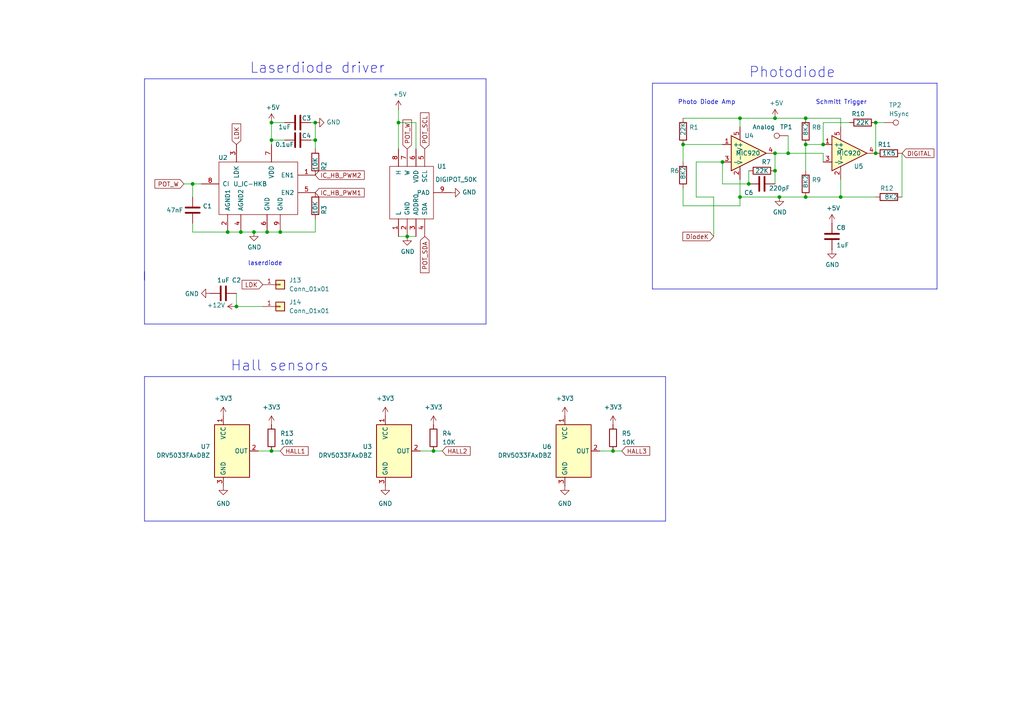
<source format=kicad_sch>
(kicad_sch (version 20231120) (generator "eeschema") (generator_version "8.0")
  (paper "A4")
  (lib_symbols
    (symbol "Connector:TestPoint" (pin_numbers hide) (pin_names (offset 0.762) hide)
      (property "Reference" "TP" (at 0 6.858 0))
      (property "Value" "TestPoint" (at 0 5.08 0))
      (symbol "TestPoint_0_1"
        (circle (center 0 3.302) (radius 0.762))
      )
      (symbol "TestPoint_1_1"
        (pin passive line (at 0 0 90) (length 2.54) (name "1") (number "1"))
      )
    )
    (symbol "Connector_Generic:Conn_01x01" (pin_names (offset 1.016) hide)
      (property "Reference" "J" (at 0 2.54 0))
      (property "Value" "Conn_01x01" (at 0 -2.54 0))
      (symbol "Conn_01x01_1_1"
        (rectangle (start -1.27 0.127) (end 0 -0.127) (stroke (width 0.1524)))
        (rectangle (start -1.27 1.27) (end 1.27 -1.27) (stroke (width 0.254)) (fill (type background)))
        (pin passive line (at -5.08 0 0) (length 3.81) (name "Pin_1") (number "1"))
      )
    )
    (symbol "Device:C" (pin_numbers hide) (pin_names (offset 0.254))
      (property "Reference" "C" (at 0.635 2.54 0))
      (property "Value" "C" (at 0.635 -2.54 0))
      (symbol "C_0_1"
        (polyline (pts (xy -2.032 -0.762) (xy 2.032 -0.762)) (stroke (width 0.508)))
        (polyline (pts (xy -2.032 0.762) (xy 2.032 0.762)) (stroke (width 0.508)))
      )
      (symbol "C_1_1"
        (pin passive line (at 0 3.81 270) (length 2.794) (name "~") (number "1"))
        (pin passive line (at 0 -3.81 90) (length 2.794) (name "~") (number "2"))
      )
    )
    (symbol "Device:R" (pin_numbers hide) (pin_names (offset 0))
      (property "Reference" "R" (at 2.032 0 90))
      (property "Value" "R" (at 0 0 90))
      (symbol "R_0_1"
        (rectangle (start -1.016 -2.54) (end 1.016 2.54) (stroke (width 0.254)))
      )
      (symbol "R_1_1"
        (pin passive line (at 0 3.81 270) (length 1.27) (name "~") (number "1"))
        (pin passive line (at 0 -3.81 90) (length 1.27) (name "~") (number "2"))
      )
    )
    (symbol "Sensor_Magnetic:DRV5033FAxDBZ"
      (property "Reference" "U" (at 2.54 12.7 0))
      (property "Value" "DRV5033FAxDBZ" (at 2.54 10.16 0))
      (symbol "DRV5033FAxDBZ_1_1"
        (rectangle (start -5.08 7.62) (end 5.08 -7.62) (stroke (width 0.254)) (fill (type background)))
        (pin power_in line (at -2.54 10.16 270) (length 2.54) (name "VCC") (number "1"))
        (pin output line (at 7.62 0 180) (length 2.54) (name "OUT") (number "2"))
        (pin power_in line (at -2.54 -10.16 90) (length 2.54) (name "GND") (number "3"))
      )
    )
    (symbol "power:+12V" (power) (pin_numbers hide) (pin_names (offset 0) hide)
      (property "Value" "+12V" (at 0 3.556 0))
      (symbol "+12V_0_1"
        (polyline (pts (xy -0.762 1.27) (xy 0 2.54)))
        (polyline (pts (xy 0 0) (xy 0 2.54)))
        (polyline (pts (xy 0 2.54) (xy 0.762 1.27)))
      )
      (symbol "+12V_1_1"
        (pin power_in line (at 0 0 90) (length 0) (name "~") (number "1"))
      )
    )
    (symbol "power:+3.3V" (power) (pin_numbers hide) (pin_names (offset 0) hide)
      (property "Value" "+3.3V" (at 0 3.556 0))
      (symbol "+3.3V_0_1"
        (polyline (pts (xy -0.762 1.27) (xy 0 2.54)))
        (polyline (pts (xy 0 0) (xy 0 2.54)))
        (polyline (pts (xy 0 2.54) (xy 0.762 1.27)))
      )
      (symbol "+3.3V_1_1"
        (pin power_in line (at 0 0 90) (length 0) (name "~") (number "1"))
      )
    )
    (symbol "power:+5V" (power) (pin_numbers hide) (pin_names (offset 0) hide)
      (property "Value" "+5V" (at 0 3.556 0))
      (symbol "+5V_0_1"
        (polyline (pts (xy -0.762 1.27) (xy 0 2.54)))
        (polyline (pts (xy 0 0) (xy 0 2.54)))
        (polyline (pts (xy 0 2.54) (xy 0.762 1.27)))
      )
      (symbol "+5V_1_1"
        (pin power_in line (at 0 0 90) (length 0) (name "~") (number "1"))
      )
    )
    (symbol "power:GND" (power) (pin_numbers hide) (pin_names (offset 0) hide)
      (property "Value" "GND" (at 0 -3.81 0))
      (symbol "GND_0_1"
        (polyline (pts (xy 0 0) (xy 0 -1.27) (xy 1.27 -1.27) (xy 0 -2.54) (xy -1.27 -1.27) (xy 0 -1.27)))
      )
      (symbol "GND_1_1"
        (pin power_in line (at 0 0 270) (length 0) (name "~") (number "1"))
      )
    )
    (symbol "scanhead_library:DIGIPOT_50K" (pin_names (offset 1.016))
      (property "Reference" "U" (at 0 5.08 0))
      (property "Value" "DIGIPOT_50K" (at 0 1.27 0))
      (symbol "DIGIPOT_50K_0_1"
        (rectangle (start -7.62 0) (end 7.62 -12.7))
      )
      (symbol "DIGIPOT_50K_1_1"
        (pin input line (at -12.7 -2.54 0) (length 5.08) (name "L") (number "1"))
        (pin input line (at -12.7 -5.08 0) (length 5.08) (name "GND") (number "2"))
        (pin input line (at -12.7 -7.62 0) (length 5.08) (name "ADDR0") (number "3"))
        (pin input line (at -12.7 -10.16 0) (length 5.08) (name "SDA") (number "4"))
        (pin input line (at 12.7 -10.16 180) (length 5.08) (name "SCL") (number "5"))
        (pin input line (at 12.7 -7.62 180) (length 5.08) (name "VDD") (number "6"))
        (pin input line (at 12.7 -5.08 180) (length 5.08) (name "W") (number "7"))
        (pin input line (at 12.7 -2.54 180) (length 5.08) (name "H") (number "8"))
        (pin input line (at 0 -17.78 90) (length 5.08) (name "PAD") (number "9"))
      )
    )
    (symbol "scanhead_library:MIC920"
      (property "Reference" "U" (at 1.27 5.08 0))
      (property "Value" "MIC920" (at 0 0 0))
      (symbol "MIC920_0_1"
        (polyline (pts (xy -5.08 5.08) (xy 5.08 0) (xy -5.08 -5.08) (xy -5.08 5.08)) (stroke (width 0.254)) (fill (type background)))
      )
      (symbol "MIC920_1_1"
        (pin input line (at -7.62 2.54 0) (length 2.54) (name "+") (number "1"))
        (pin input line (at -2.54 -7.62 90) (length 3.81) (name "V-") (number "2"))
        (pin input line (at -7.62 -2.54 0) (length 2.54) (name "-") (number "3"))
        (pin output line (at 7.62 0 180) (length 2.54) (name "~") (number "4"))
        (pin input line (at -2.54 7.62 270) (length 3.81) (name "V+") (number "5"))
      )
    )
    (symbol "scanhead_library:U_IC-HKB" (pin_names (offset 1.016))
      (property "Reference" "U" (at -12.7 8.89 0))
      (property "Value" "U_IC-HKB" (at 0 0 0))
      (symbol "U_IC-HKB_0_1"
        (rectangle (start -11.43 6.35) (end 11.43 -8.89))
      )
      (symbol "U_IC-HKB_1_1"
        (pin input line (at 16.51 2.54 180) (length 5.08) (name "EN1") (number "1"))
        (pin input line (at -8.89 -13.97 90) (length 5.08) (name "AGND1") (number "2"))
        (pin input line (at -6.35 11.43 270) (length 5.08) (name "LDK") (number "3"))
        (pin input line (at -5.08 -13.97 90) (length 5.08) (name "AGND2") (number "4"))
        (pin input line (at 16.51 -2.54 180) (length 5.08) (name "EN2") (number "5"))
        (pin input line (at 2.54 -13.97 90) (length 5.08) (name "GND") (number "6"))
        (pin input line (at 3.81 11.43 270) (length 5.08) (name "VDD") (number "7"))
        (pin input line (at -16.51 0 0) (length 5.08) (name "CI") (number "8"))
        (pin input line (at 6.35 -13.97 90) (length 5.08) (name "GND") (number "9"))
      )
    )
  )
  (junction (at 254 35.56))
  (junction (at 217.17 53.34))
  (junction (at 91.44 35.56))
  (junction (at 55.88 53.34))
  (junction (at 78.74 35.56))
  (junction (at 224.79 49.53))
  (junction (at 81.28 67.31))
  (junction (at 224.79 44.45))
  (junction (at 125.73 130.81))
  (junction (at 69.85 67.31))
  (junction (at 177.8 130.81))
  (junction (at 78.74 40.64))
  (junction (at 66.04 67.31))
  (junction (at 233.68 41.91))
  (junction (at 77.47 67.31))
  (junction (at 214.63 34.29))
  (junction (at 118.11 68.58))
  (junction (at 68.58 88.9))
  (junction (at 91.44 40.64))
  (junction (at 243.84 57.15))
  (junction (at 78.74 130.81))
  (junction (at 224.79 34.29))
  (junction (at 254 44.45))
  (junction (at 73.66 67.31))
  (junction (at 233.68 57.15))
  (junction (at 238.76 41.91))
  (junction (at 228.6 44.45))
  (junction (at 115.57 35.56))
  (junction (at 233.68 34.29))
  (junction (at 226.06 57.15))
  (junction (at 214.63 57.15))
  (junction (at 209.55 46.99))
  (junction (at 198.12 41.91))
  (wire (pts (xy 78.74 40.64) (xy 78.74 35.56)))
  (wire (pts (xy 256.54 35.56) (xy 254 35.56)))
  (wire (pts (xy 120.65 35.56) (xy 120.65 43.18)))
  (wire (pts (xy 246.38 35.56) (xy 238.76 35.56)))
  (wire (pts (xy 55.88 53.34) (xy 53.34 53.34)))
  (wire (pts (xy 214.63 36.83) (xy 214.63 34.29)))
  (wire (pts (xy 254 35.56) (xy 254 44.45)))
  (polyline (pts (xy 41.91 78.74) (xy 41.91 81.28)))
  (wire (pts (xy 55.88 53.34) (xy 55.88 57.15)))
  (wire (pts (xy 228.6 39.37) (xy 228.6 44.45)))
  (wire (pts (xy 214.63 34.29) (xy 224.79 34.29)))
  (wire (pts (xy 68.58 85.09) (xy 68.58 88.9)))
  (wire (pts (xy 238.76 41.91) (xy 233.68 41.91)))
  (wire (pts (xy 217.17 53.34) (xy 209.55 53.34)))
  (wire (pts (xy 201.93 57.15) (xy 207.01 57.15)))
  (wire (pts (xy 74.93 130.81) (xy 78.74 130.81)))
  (polyline (pts (xy 140.97 22.86) (xy 140.97 93.98)))
  (polyline (pts (xy 41.91 109.22) (xy 193.04 109.22)))
  (wire (pts (xy 81.28 67.31) (xy 91.44 67.31)))
  (polyline (pts (xy 41.91 151.13) (xy 41.91 109.22)))
  (wire (pts (xy 125.73 130.81) (xy 128.27 130.81)))
  (wire (pts (xy 121.92 130.81) (xy 125.73 130.81)))
  (wire (pts (xy 243.84 57.15) (xy 233.68 57.15)))
  (wire (pts (xy 55.88 67.31) (xy 66.04 67.31)))
  (wire (pts (xy 198.12 41.91) (xy 209.55 41.91)))
  (polyline (pts (xy 41.91 22.86) (xy 140.97 22.86)))
  (wire (pts (xy 198.12 59.69) (xy 214.63 59.69)))
  (polyline (pts (xy 189.23 24.13) (xy 189.23 83.82)))
  (wire (pts (xy 78.74 130.81) (xy 81.28 130.81)))
  (wire (pts (xy 261.62 57.15) (xy 261.62 44.45)))
  (wire (pts (xy 91.44 67.31) (xy 91.44 63.5)))
  (wire (pts (xy 207.01 57.15) (xy 207.01 68.58)))
  (wire (pts (xy 91.44 43.18) (xy 91.44 40.64)))
  (wire (pts (xy 209.55 53.34) (xy 209.55 46.99)))
  (wire (pts (xy 198.12 54.61) (xy 198.12 59.69)))
  (polyline (pts (xy 193.04 151.13) (xy 41.91 151.13)))
  (wire (pts (xy 78.74 41.91) (xy 78.74 40.64)))
  (wire (pts (xy 224.79 34.29) (xy 233.68 34.29)))
  (polyline (pts (xy 189.23 24.13) (xy 271.78 24.13)))
  (wire (pts (xy 224.79 49.53) (xy 224.79 44.45)))
  (wire (pts (xy 68.58 88.9) (xy 76.2 88.9)))
  (wire (pts (xy 173.99 130.81) (xy 177.8 130.81)))
  (wire (pts (xy 66.04 67.31) (xy 69.85 67.31)))
  (wire (pts (xy 55.88 64.77) (xy 55.88 67.31)))
  (wire (pts (xy 226.06 57.15) (xy 233.68 57.15)))
  (wire (pts (xy 78.74 35.56) (xy 82.55 35.56)))
  (wire (pts (xy 91.44 40.64) (xy 90.17 40.64)))
  (wire (pts (xy 238.76 44.45) (xy 238.76 46.99)))
  (wire (pts (xy 214.63 57.15) (xy 214.63 52.07)))
  (wire (pts (xy 214.63 34.29) (xy 198.12 34.29)))
  (polyline (pts (xy 193.04 109.22) (xy 193.04 151.13)))
  (wire (pts (xy 69.85 67.31) (xy 73.66 67.31)))
  (polyline (pts (xy 271.78 83.82) (xy 189.23 83.82)))
  (wire (pts (xy 224.79 53.34) (xy 224.79 49.53)))
  (polyline (pts (xy 271.78 24.13) (xy 271.78 83.82)))
  (polyline (pts (xy 41.91 93.98) (xy 41.91 22.86)))
  (wire (pts (xy 243.84 36.83) (xy 243.84 34.29)))
  (wire (pts (xy 177.8 130.81) (xy 180.34 130.81)))
  (wire (pts (xy 198.12 46.99) (xy 198.12 41.91)))
  (wire (pts (xy 77.47 67.31) (xy 81.28 67.31)))
  (wire (pts (xy 120.65 68.58) (xy 118.11 68.58)))
  (wire (pts (xy 115.57 31.75) (xy 115.57 35.56)))
  (wire (pts (xy 120.65 35.56) (xy 115.57 35.56)))
  (wire (pts (xy 224.79 44.45) (xy 228.6 44.45)))
  (wire (pts (xy 201.93 57.15) (xy 201.93 46.99)))
  (wire (pts (xy 55.88 53.34) (xy 58.42 53.34)))
  (wire (pts (xy 78.74 40.64) (xy 82.55 40.64)))
  (wire (pts (xy 254 57.15) (xy 243.84 57.15)))
  (wire (pts (xy 243.84 52.07) (xy 243.84 57.15)))
  (wire (pts (xy 73.66 67.31) (xy 77.47 67.31)))
  (polyline (pts (xy 140.97 93.98) (xy 41.91 93.98)))
  (wire (pts (xy 214.63 59.69) (xy 214.63 57.15)))
  (wire (pts (xy 115.57 68.58) (xy 118.11 68.58)))
  (wire (pts (xy 238.76 35.56) (xy 238.76 41.91)))
  (wire (pts (xy 91.44 40.64) (xy 91.44 35.56)))
  (wire (pts (xy 91.44 35.56) (xy 90.17 35.56)))
  (wire (pts (xy 214.63 57.15) (xy 226.06 57.15)))
  (wire (pts (xy 201.93 46.99) (xy 209.55 46.99)))
  (wire (pts (xy 228.6 44.45) (xy 238.76 44.45)))
  (wire (pts (xy 115.57 35.56) (xy 115.57 43.18)))
  (wire (pts (xy 233.68 34.29) (xy 243.84 34.29)))
  (wire (pts (xy 233.68 49.53) (xy 233.68 41.91)))
  (wire (pts (xy 217.17 49.53) (xy 217.17 53.34)))
  (text "Photo Diode Amp" (at 213.36 30.48 0) (effects (font (size 1.27 1.27)) (justify right bottom)))
  (text "Hall sensors" (at 66.802 107.95 0) (effects (font (size 3 3)) (justify left bottom)))
  (text "Laserdiode driver" (at 72.39 21.59 0) (effects (font (size 3 3)) (justify left bottom)))
  (text "Schmitt Trigger" (at 251.46 30.48 0) (effects (font (size 1.27 1.27)) (justify right bottom)))
  (text "laserdiode" (at 71.882 77.216 0) (effects (font (size 1.27 1.27)) (justify left bottom)))
  (text "Photodiode" (at 217.17 22.86 0) (effects (font (size 3 3)) (justify left bottom)))
  (global_label "POT_SCL" (shape input) (at 123.19 43.18 90) (property "Intersheetrefs" "${INTERSHEET_REFS}" (effects (hide yes))))
  (global_label "POT_W" (shape input) (at 53.34 53.34 180) (property "Intersheetrefs" "${INTERSHEET_REFS}" (effects (hide yes))))
  (global_label "IC_HB_PWM1" (shape input) (at 91.44 55.88 0) (property "Intersheetrefs" "${INTERSHEET_REFS}" (effects (hide yes))))
  (global_label "LDK" (shape input) (at 76.2 82.55 180) (property "Intersheetrefs" "${INTERSHEET_REFS}" (effects (hide yes))))
  (global_label "DIGITAL" (shape input) (at 261.62 44.45 0) (property "Intersheetrefs" "${INTERSHEET_REFS}" (effects (hide yes))))
  (global_label "HALL2" (shape input) (at 128.27 130.81 0) (property "Intersheetrefs" "${INTERSHEET_REFS}" (effects (hide yes))))
  (global_label "POT_W" (shape input) (at 118.11 43.18 90) (property "Intersheetrefs" "${INTERSHEET_REFS}" (effects (hide yes))))
  (global_label "DiodeK" (shape input) (at 207.01 68.58 180) (property "Intersheetrefs" "${INTERSHEET_REFS}" (effects (hide yes))))
  (global_label "IC_HB_PWM2" (shape input) (at 91.44 50.8 0) (property "Intersheetrefs" "${INTERSHEET_REFS}" (effects (hide yes))))
  (global_label "POT_SDA" (shape input) (at 123.19 68.58 270) (property "Intersheetrefs" "${INTERSHEET_REFS}" (effects (hide yes))))
  (global_label "HALL1" (shape input) (at 81.28 130.81 0) (property "Intersheetrefs" "${INTERSHEET_REFS}" (effects (hide yes))))
  (global_label "LDK" (shape input) (at 68.58 41.91 90) (property "Intersheetrefs" "${INTERSHEET_REFS}" (effects (hide yes))))
  (global_label "HALL3" (shape input) (at 180.34 130.81 0) (property "Intersheetrefs" "${INTERSHEET_REFS}" (effects (hide yes))))
  (symbol (lib_id "power:GND") (at 241.3 72.39 0) (unit 1)
    (property "Reference" "#PWR0104" (effects (hide yes)))
    (property "Value" "GND" (at 241.427 76.7842 0))
    (property "Description" "Power symbol creates a global label with name \"GND\" , ground" (effects (hide yes)))
  )
  (symbol (lib_id "scanhead_library:MIC920") (at 217.17 44.45 0) (unit 1)
    (property "Reference" "U4" (at 215.9 39.37 0) (effects (justify left)))
    (property "Value" "MIC920" (at 213.36 44.45 0) (effects (justify left)))
    (property "Footprint" "Package_TO_SOT_SMD:SOT-353_SC-70-5_Handsoldering" (effects (hide yes)))
    (property "Datasheet" "https://nl.farnell.com/microchip/mic920yc5-tr/opamp-80mhz-40-to-85deg-c/dp/2920854?st=MIC920YC5-TR" (effects (hide yes)))
    (property "Mouser" "998-MIC920YC5TR " (effects (hide yes)))
    (property "Price" "0,44" (effects (hide yes)))
    (property "Farnell" "2920854" (effects (hide yes)))
  )
  (symbol (lib_id "Device:R") (at 250.19 35.56 270) (unit 1)
    (property "Reference" "R10" (at 248.92 33.02 90))
    (property "Value" "22K" (at 250.19 35.56 90))
    (property "Footprint" "Resistor_SMD:R_0805_2012Metric_Pad1.20x1.40mm_HandSolder" (effects (hide yes)))
  )
  (symbol (lib_id "Connector_Generic:Conn_01x01") (at 81.28 82.55 0) (unit 1)
    (property "Reference" "J13" (at 83.82 81.28 0) (effects (justify left)))
    (property "Value" "Conn_01x01" (at 83.82 83.82 0) (effects (justify left)))
    (property "Footprint" "sockets_scanhead:throughholeplate" (effects (hide yes)))
  )
  (symbol (lib_id "power:GND") (at 73.66 67.31 0) (unit 1)
    (property "Reference" "#PWR09" (effects (hide yes)))
    (property "Value" "GND" (at 73.787 71.7042 0))
    (property "Description" "Power symbol creates a global label with name \"GND\" , ground" (effects (hide yes)))
  )
  (symbol (lib_id "scanhead_library:U_IC-HKB") (at 74.93 53.34 0) (unit 1)
    (property "Reference" "U2" (at 66.04 45.72 0) (effects (justify right)))
    (property "Value" "U_IC-HKB" (at 77.47 53.34 0) (effects (justify right)))
    (property "Footprint" "sockets_scanhead:ICHKB" (effects (hide yes)))
    (property "Datasheet" "https://www.ichaus.de/upload/pdf/HK_datasheet_F2en.pdf" (effects (hide yes)))
    (property "Producer" " iC-HK SO8-TP or ic-hkbmsop8" (effects (hide yes)))
    (property "Price" "2.9" (effects (hide yes)))
  )
  (symbol (lib_id "Sensor_Magnetic:DRV5033FAxDBZ") (at 114.3 130.81 0) (unit 1)
    (property "Reference" "U3" (at 107.95 129.5399 0) (effects (justify right)))
    (property "Value" "DRV5033FAxDBZ" (at 107.95 132.0799 0) (effects (justify right)))
    (property "Footprint" "Package_TO_SOT_SMD:SOT-23" (effects (hide yes)))
    (property "Datasheet" "https://www.ti.com/lit/ds/symlink/drv5033.pdf" (effects (hide yes)))
  )
  (symbol (lib_id "Device:R") (at 125.73 127 0) (unit 1)
    (property "Reference" "R4" (at 128.27 125.7299 0) (effects (justify left)))
    (property "Value" "10K" (at 128.27 128.2699 0) (effects (justify left)))
    (property "Footprint" "Resistor_SMD:R_0805_2012Metric_Pad1.20x1.40mm_HandSolder" (effects (hide yes)))
  )
  (symbol (lib_id "scanhead_library:DIGIPOT_50K") (at 113.03 55.88 90) (unit 1)
    (property "Reference" "U1" (at 129.54 48.26 90) (effects (justify left)))
    (property "Value" "DIGIPOT_50K" (at 138.43 52.07 90) (effects (justify left)))
    (property "Footprint" "sockets_scanhead:TDFN-8-1EP" (effects (hide yes)))
    (property "Datasheet" "http://www.farnell.com/datasheets/2297485.pdf" (effects (hide yes)))
    (property "Producer" "MAX5395 " (effects (hide yes)))
    (property "Mouser" "700-MAX5395MATA+T " (effects (hide yes)))
    (property "Price" "2,36" (effects (hide yes)))
  )
  (symbol (lib_id "power:GND") (at 91.44 35.56 90) (unit 1)
    (property "Reference" "#PWR017" (effects (hide yes)))
    (property "Value" "GND" (at 94.6912 35.433 90) (effects (justify right)))
    (property "Description" "Power symbol creates a global label with name \"GND\" , ground" (effects (hide yes)))
  )
  (symbol (lib_id "Connector_Generic:Conn_01x01") (at 81.28 88.9 0) (unit 1)
    (property "Reference" "J14" (at 83.82 87.63 0) (effects (justify left)))
    (property "Value" "Conn_01x01" (at 83.82 90.17 0) (effects (justify left)))
    (property "Footprint" "sockets_scanhead:throughholeplate" (effects (hide yes)))
  )
  (symbol (lib_id "power:+3.3V") (at 163.83 120.65 0) (unit 1)
    (property "Reference" "#PWR016" (effects (hide yes)))
    (property "Value" "+3V3" (at 163.83 115.57 0))
    (property "Description" "Power symbol creates a global label with name \"+3.3V\"" (effects (hide yes)))
  )
  (symbol (lib_id "Device:R") (at 257.81 44.45 270) (unit 1)
    (property "Reference" "R11" (at 256.54 41.91 90))
    (property "Value" "1K5" (at 257.81 44.45 90))
    (property "Footprint" "Resistor_SMD:R_0805_2012Metric_Pad1.20x1.40mm_HandSolder" (effects (hide yes)))
  )
  (symbol (lib_id "scanhead_library:MIC920") (at 246.38 44.45 0) (unit 1)
    (property "Reference" "U5" (at 247.65 48.26 0) (effects (justify left)))
    (property "Value" "MIC920" (at 242.57 44.45 0) (effects (justify left)))
    (property "Footprint" "Package_TO_SOT_SMD:SOT-353_SC-70-5_Handsoldering" (effects (hide yes)))
    (property "Datasheet" "https://nl.farnell.com/microchip/mic920yc5-tr/opamp-80mhz-40-to-85deg-c/dp/2920854?st=MIC920YC5-TR" (effects (hide yes)))
    (property "Mouser" "998-MIC920YC5TR " (effects (hide yes)))
    (property "Price" "0,44" (effects (hide yes)))
    (property "Farnell" "2920854" (effects (hide yes)))
  )
  (symbol (lib_id "power:+3.3V") (at 64.77 120.65 0) (unit 1)
    (property "Reference" "#PWR019" (effects (hide yes)))
    (property "Value" "+3V3" (at 64.77 115.57 0))
    (property "Description" "Power symbol creates a global label with name \"+3.3V\"" (effects (hide yes)))
  )
  (symbol (lib_id "Device:R") (at 177.8 127 0) (unit 1)
    (property "Reference" "R5" (at 180.34 125.7299 0) (effects (justify left)))
    (property "Value" "10K" (at 180.34 128.2699 0) (effects (justify left)))
    (property "Footprint" "Resistor_SMD:R_0805_2012Metric_Pad1.20x1.40mm_HandSolder" (effects (hide yes)))
  )
  (symbol (lib_id "Device:R") (at 198.12 50.8 180) (unit 1)
    (property "Reference" "R6" (at 194.31 49.53 0) (effects (justify right)))
    (property "Value" "8K2" (at 198.12 52.07 90) (effects (justify right)))
    (property "Footprint" "Resistor_SMD:R_0805_2012Metric_Pad1.20x1.40mm_HandSolder" (effects (hide yes)))
  )
  (symbol (lib_id "Device:R") (at 233.68 53.34 180) (unit 1)
    (property "Reference" "R9" (at 235.458 52.1716 0) (effects (justify right)))
    (property "Value" "8K2" (at 233.68 54.61 90) (effects (justify right)))
    (property "Footprint" "Resistor_SMD:R_0805_2012Metric_Pad1.20x1.40mm_HandSolder" (effects (hide yes)))
  )
  (symbol (lib_id "Device:C") (at 55.88 60.96 180) (unit 1)
    (property "Reference" "C1" (at 58.801 59.7916 0) (effects (justify right)))
    (property "Value" "47nF" (at 48.26 60.96 0) (effects (justify right)))
    (property "Footprint" "Capacitor_SMD:C_0805_2012Metric_Pad1.18x1.45mm_HandSolder" (effects (hide yes)))
  )
  (symbol (lib_id "Device:C") (at 220.98 53.34 270) (unit 1)
    (property "Reference" "C6" (at 217.17 55.88 90))
    (property "Value" "220pF" (at 226.06 54.61 90))
    (property "Footprint" "Capacitor_SMD:C_0805_2012Metric_Pad1.18x1.45mm_HandSolder" (effects (hide yes)))
  )
  (symbol (lib_id "power:+5V") (at 241.3 64.77 0) (unit 1)
    (property "Reference" "#PWR0103" (effects (hide yes)))
    (property "Value" "+5V" (at 241.681 60.3758 0))
    (property "Description" "Power symbol creates a global label with name \"+5V\"" (effects (hide yes)))
  )
  (symbol (lib_id "power:+3.3V") (at 125.73 123.19 0) (unit 1)
    (property "Reference" "#PWR021" (effects (hide yes)))
    (property "Value" "+3V3" (at 125.73 118.11 0))
    (property "Description" "Power symbol creates a global label with name \"+3.3V\"" (effects (hide yes)))
  )
  (symbol (lib_id "power:GND") (at 163.83 140.97 0) (unit 1)
    (property "Reference" "#PWR018" (effects (hide yes)))
    (property "Value" "GND" (at 163.83 146.05 0))
  )
  (symbol (lib_id "power:+3.3V") (at 111.76 120.65 0) (unit 1)
    (property "Reference" "#PWR013" (effects (hide yes)))
    (property "Value" "+3V3" (at 111.76 115.57 0))
    (property "Description" "Power symbol creates a global label with name \"+3.3V\"" (effects (hide yes)))
  )
  (symbol (lib_id "power:+5V") (at 115.57 31.75 0) (unit 1)
    (property "Reference" "#PWR01" (effects (hide yes)))
    (property "Value" "+5V" (at 115.951 27.3558 0))
    (property "Description" "Power symbol creates a global label with name \"+5V\"" (effects (hide yes)))
  )
  (symbol (lib_id "power:GND") (at 226.06 57.15 0) (unit 1)
    (property "Reference" "#PWR0101" (effects (hide yes)))
    (property "Value" "GND" (at 226.187 61.5442 0))
    (property "Description" "Power symbol creates a global label with name \"GND\" , ground" (effects (hide yes)))
  )
  (symbol (lib_id "power:+3.3V") (at 177.8 123.19 0) (unit 1)
    (property "Reference" "#PWR022" (effects (hide yes)))
    (property "Value" "+3V3" (at 177.8 118.11 0))
    (property "Description" "Power symbol creates a global label with name \"+3.3V\"" (effects (hide yes)))
  )
  (symbol (lib_id "power:+5V") (at 224.79 34.29 0) (unit 1)
    (property "Reference" "#PWR0102" (effects (hide yes)))
    (property "Value" "+5V" (at 225.171 29.8958 0))
    (property "Description" "Power symbol creates a global label with name \"+5V\"" (effects (hide yes)))
  )
  (symbol (lib_id "power:GND") (at 118.11 68.58 0) (unit 1)
    (property "Reference" "#PWR02" (effects (hide yes)))
    (property "Value" "GND" (at 118.237 72.9742 0))
    (property "Description" "Power symbol creates a global label with name \"GND\" , ground" (effects (hide yes)))
  )
  (symbol (lib_id "Device:C") (at 86.36 35.56 270) (unit 1)
    (property "Reference" "C3" (at 88.9 34.29 90))
    (property "Value" "1uF" (at 82.55 36.83 90))
    (property "Footprint" "Capacitor_SMD:C_0805_2012Metric_Pad1.18x1.45mm_HandSolder" (effects (hide yes)))
  )
  (symbol (lib_id "Device:R") (at 257.81 57.15 270) (unit 1)
    (property "Reference" "R12" (at 255.27 54.61 90) (effects (justify left)))
    (property "Value" "8K2" (at 256.54 57.15 90) (effects (justify left)))
    (property "Footprint" "Resistor_SMD:R_0805_2012Metric_Pad1.20x1.40mm_HandSolder" (effects (hide yes)))
  )
  (symbol (lib_id "Device:R") (at 233.68 38.1 180) (unit 1)
    (property "Reference" "R8" (at 235.458 36.9316 0) (effects (justify right)))
    (property "Value" "8K2" (at 233.68 39.37 90) (effects (justify right)))
    (property "Footprint" "Resistor_SMD:R_0805_2012Metric_Pad1.20x1.40mm_HandSolder" (effects (hide yes)))
  )
  (symbol (lib_id "power:+12V") (at 68.58 88.9 90) (unit 1)
    (property "Reference" "#PWR014" (effects (hide yes)))
    (property "Value" "+12V" (at 65.3288 88.519 90) (effects (justify left)))
    (property "Description" "Power symbol creates a global label with name \"+12V\"" (effects (hide yes)))
  )
  (symbol (lib_id "Device:C") (at 64.77 85.09 90) (unit 1)
    (property "Reference" "C2" (at 68.58 81.28 90))
    (property "Value" "1uF" (at 64.77 81.28 90))
    (property "Footprint" "Capacitor_SMD:C_0805_2012Metric_Pad1.18x1.45mm_HandSolder" (effects (hide yes)))
  )
  (symbol (lib_id "Connector:TestPoint") (at 256.54 35.56 270) (unit 1)
    (property "Reference" "TP2" (at 257.81 30.48 90) (effects (justify left)))
    (property "Value" "HSync" (at 257.81 33.02 90) (effects (justify left)))
    (property "Footprint" "TestPoint:TestPoint_Pad_D1.0mm" (effects (hide yes)))
  )
  (symbol (lib_id "power:GND") (at 111.76 140.97 0) (unit 1)
    (property "Reference" "#PWR015" (effects (hide yes)))
    (property "Value" "GND" (at 111.76 146.05 0))
  )
  (symbol (lib_id "Device:R") (at 91.44 46.99 0) (unit 1)
    (property "Reference" "R2" (at 93.98 49.53 90) (effects (justify left)))
    (property "Value" "10K" (at 91.44 49.53 90) (effects (justify left)))
    (property "Footprint" "Resistor_SMD:R_0805_2012Metric_Pad1.20x1.40mm_HandSolder" (effects (hide yes)))
  )
  (symbol (lib_id "power:+3.3V") (at 78.74 123.19 0) (unit 1)
    (property "Reference" "#PWR023" (effects (hide yes)))
    (property "Value" "+3V3" (at 78.74 118.11 0))
    (property "Description" "Power symbol creates a global label with name \"+3.3V\"" (effects (hide yes)))
  )
  (symbol (lib_id "power:GND") (at 60.96 85.09 270) (unit 1)
    (property "Reference" "#PWR010" (effects (hide yes)))
    (property "Value" "GND" (at 57.7088 85.217 90) (effects (justify right)))
    (property "Description" "Power symbol creates a global label with name \"GND\" , ground" (effects (hide yes)))
  )
  (symbol (lib_id "Sensor_Magnetic:DRV5033FAxDBZ") (at 67.31 130.81 0) (unit 1)
    (property "Reference" "U7" (at 60.96 129.5399 0) (effects (justify right)))
    (property "Value" "DRV5033FAxDBZ" (at 60.96 132.0799 0) (effects (justify right)))
    (property "Footprint" "Package_TO_SOT_SMD:SOT-23" (effects (hide yes)))
    (property "Datasheet" "https://www.ti.com/lit/ds/symlink/drv5033.pdf" (effects (hide yes)))
  )
  (symbol (lib_id "Device:C") (at 86.36 40.64 270) (unit 1)
    (property "Reference" "C4" (at 88.9 39.37 90))
    (property "Value" "0.1uF" (at 82.55 41.91 90))
    (property "Footprint" "Capacitor_SMD:C_0805_2012Metric_Pad1.18x1.45mm_HandSolder" (effects (hide yes)))
  )
  (symbol (lib_id "Device:R") (at 220.98 49.53 90) (unit 1)
    (property "Reference" "R7" (at 222.25 46.99 90))
    (property "Value" "22K" (at 220.98 49.53 90))
    (property "Footprint" "Resistor_SMD:R_0805_2012Metric_Pad1.20x1.40mm_HandSolder" (effects (hide yes)))
  )
  (symbol (lib_id "Sensor_Magnetic:DRV5033FAxDBZ") (at 166.37 130.81 0) (unit 1)
    (property "Reference" "U6" (at 160.02 129.5399 0) (effects (justify right)))
    (property "Value" "DRV5033FAxDBZ" (at 160.02 132.0799 0) (effects (justify right)))
    (property "Footprint" "Package_TO_SOT_SMD:SOT-23" (effects (hide yes)))
    (property "Datasheet" "https://www.ti.com/lit/ds/symlink/drv5033.pdf" (effects (hide yes)))
  )
  (symbol (lib_id "Device:R") (at 198.12 38.1 180) (unit 1)
    (property "Reference" "R1" (at 199.898 36.9316 0) (effects (justify right)))
    (property "Value" "22K" (at 198.12 39.37 90) (effects (justify right)))
    (property "Footprint" "Resistor_SMD:R_0805_2012Metric_Pad1.20x1.40mm_HandSolder" (effects (hide yes)))
  )
  (symbol (lib_id "Device:R") (at 91.44 59.69 0) (unit 1)
    (property "Reference" "R3" (at 93.98 62.23 90) (effects (justify left)))
    (property "Value" "10K" (at 91.44 62.23 90) (effects (justify left)))
    (property "Footprint" "Resistor_SMD:R_0805_2012Metric_Pad1.20x1.40mm_HandSolder" (effects (hide yes)))
  )
  (symbol (lib_id "Device:C") (at 241.3 68.58 0) (unit 1)
    (property "Reference" "C8" (at 242.57 66.04 0) (effects (justify left)))
    (property "Value" "1uF" (at 242.57 71.12 0) (effects (justify left)))
    (property "Footprint" "Capacitor_SMD:C_0805_2012Metric_Pad1.18x1.45mm_HandSolder" (effects (hide yes)))
  )
  (symbol (lib_id "power:GND") (at 130.81 55.88 90) (unit 1)
    (property "Reference" "#PWR07" (effects (hide yes)))
    (property "Value" "GND" (at 134.0612 55.753 90) (effects (justify right)))
    (property "Description" "Power symbol creates a global label with name \"GND\" , ground" (effects (hide yes)))
  )
  (symbol (lib_id "power:GND") (at 64.77 140.97 0) (unit 1)
    (property "Reference" "#PWR020" (effects (hide yes)))
    (property "Value" "GND" (at 64.77 146.05 0))
  )
  (symbol (lib_id "Connector:TestPoint") (at 228.6 39.37 90) (unit 1)
    (property "Reference" "TP1" (at 229.87 36.83 90) (effects (justify left)))
    (property "Value" "Analog" (at 224.79 36.83 90) (effects (justify left)))
    (property "Footprint" "TestPoint:TestPoint_Pad_D1.0mm" (effects (hide yes)))
  )
  (symbol (lib_id "Device:R") (at 78.74 127 0) (unit 1)
    (property "Reference" "R13" (at 81.28 125.7299 0) (effects (justify left)))
    (property "Value" "10K" (at 81.28 128.2699 0) (effects (justify left)))
    (property "Footprint" "Resistor_SMD:R_0805_2012Metric_Pad1.20x1.40mm_HandSolder" (effects (hide yes)))
  )
  (symbol (lib_id "power:+5V") (at 78.74 35.56 0) (unit 1)
    (property "Reference" "#PWR012" (effects (hide yes)))
    (property "Value" "+5V" (at 79.121 31.1658 0))
    (property "Description" "Power symbol creates a global label with name \"+5V\"" (effects (hide yes)))
  )
)
</source>
